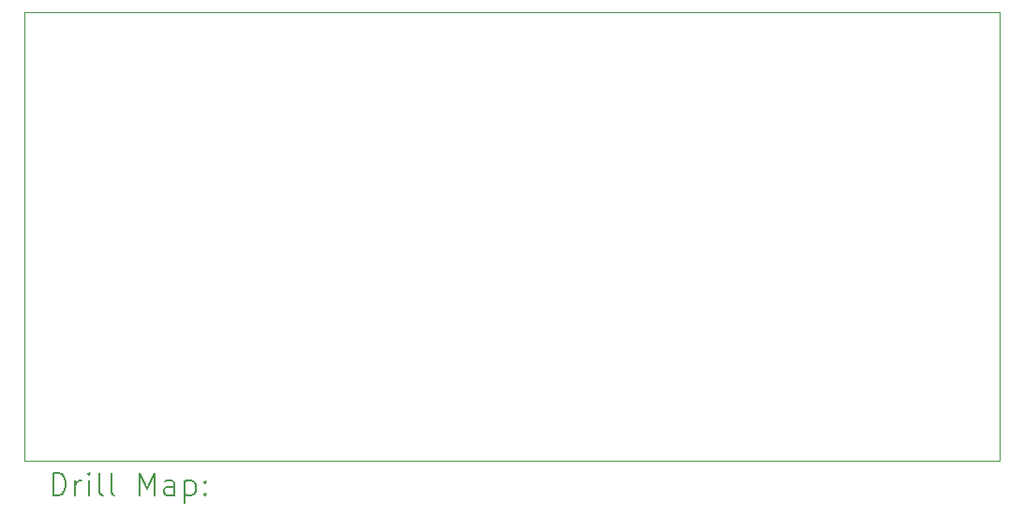
<source format=gbr>
%TF.GenerationSoftware,KiCad,Pcbnew,8.0.2-1*%
%TF.CreationDate,2024-05-11T10:02:11-04:00*%
%TF.ProjectId,Rom 01 IIgs RGBToHDMI,526f6d20-3031-4204-9949-677320524742,rev?*%
%TF.SameCoordinates,Original*%
%TF.FileFunction,Drillmap*%
%TF.FilePolarity,Positive*%
%FSLAX45Y45*%
G04 Gerber Fmt 4.5, Leading zero omitted, Abs format (unit mm)*
G04 Created by KiCad (PCBNEW 8.0.2-1) date 2024-05-11 10:02:11*
%MOMM*%
%LPD*%
G01*
G04 APERTURE LIST*
%ADD10C,0.050000*%
%ADD11C,0.200000*%
G04 APERTURE END LIST*
D10*
X6985000Y-6750000D02*
X15794000Y-6750000D01*
X15794000Y-10800000D01*
X6985000Y-10800000D01*
X6985000Y-6750000D01*
D11*
X7243277Y-11113984D02*
X7243277Y-10913984D01*
X7243277Y-10913984D02*
X7290896Y-10913984D01*
X7290896Y-10913984D02*
X7319467Y-10923508D01*
X7319467Y-10923508D02*
X7338515Y-10942555D01*
X7338515Y-10942555D02*
X7348039Y-10961603D01*
X7348039Y-10961603D02*
X7357562Y-10999698D01*
X7357562Y-10999698D02*
X7357562Y-11028270D01*
X7357562Y-11028270D02*
X7348039Y-11066365D01*
X7348039Y-11066365D02*
X7338515Y-11085412D01*
X7338515Y-11085412D02*
X7319467Y-11104460D01*
X7319467Y-11104460D02*
X7290896Y-11113984D01*
X7290896Y-11113984D02*
X7243277Y-11113984D01*
X7443277Y-11113984D02*
X7443277Y-10980650D01*
X7443277Y-11018746D02*
X7452801Y-10999698D01*
X7452801Y-10999698D02*
X7462324Y-10990174D01*
X7462324Y-10990174D02*
X7481372Y-10980650D01*
X7481372Y-10980650D02*
X7500420Y-10980650D01*
X7567086Y-11113984D02*
X7567086Y-10980650D01*
X7567086Y-10913984D02*
X7557562Y-10923508D01*
X7557562Y-10923508D02*
X7567086Y-10933031D01*
X7567086Y-10933031D02*
X7576610Y-10923508D01*
X7576610Y-10923508D02*
X7567086Y-10913984D01*
X7567086Y-10913984D02*
X7567086Y-10933031D01*
X7690896Y-11113984D02*
X7671848Y-11104460D01*
X7671848Y-11104460D02*
X7662324Y-11085412D01*
X7662324Y-11085412D02*
X7662324Y-10913984D01*
X7795658Y-11113984D02*
X7776610Y-11104460D01*
X7776610Y-11104460D02*
X7767086Y-11085412D01*
X7767086Y-11085412D02*
X7767086Y-10913984D01*
X8024229Y-11113984D02*
X8024229Y-10913984D01*
X8024229Y-10913984D02*
X8090896Y-11056841D01*
X8090896Y-11056841D02*
X8157562Y-10913984D01*
X8157562Y-10913984D02*
X8157562Y-11113984D01*
X8338515Y-11113984D02*
X8338515Y-11009222D01*
X8338515Y-11009222D02*
X8328991Y-10990174D01*
X8328991Y-10990174D02*
X8309943Y-10980650D01*
X8309943Y-10980650D02*
X8271848Y-10980650D01*
X8271848Y-10980650D02*
X8252801Y-10990174D01*
X8338515Y-11104460D02*
X8319467Y-11113984D01*
X8319467Y-11113984D02*
X8271848Y-11113984D01*
X8271848Y-11113984D02*
X8252801Y-11104460D01*
X8252801Y-11104460D02*
X8243277Y-11085412D01*
X8243277Y-11085412D02*
X8243277Y-11066365D01*
X8243277Y-11066365D02*
X8252801Y-11047317D01*
X8252801Y-11047317D02*
X8271848Y-11037793D01*
X8271848Y-11037793D02*
X8319467Y-11037793D01*
X8319467Y-11037793D02*
X8338515Y-11028270D01*
X8433753Y-10980650D02*
X8433753Y-11180650D01*
X8433753Y-10990174D02*
X8452801Y-10980650D01*
X8452801Y-10980650D02*
X8490896Y-10980650D01*
X8490896Y-10980650D02*
X8509944Y-10990174D01*
X8509944Y-10990174D02*
X8519467Y-10999698D01*
X8519467Y-10999698D02*
X8528991Y-11018746D01*
X8528991Y-11018746D02*
X8528991Y-11075889D01*
X8528991Y-11075889D02*
X8519467Y-11094936D01*
X8519467Y-11094936D02*
X8509944Y-11104460D01*
X8509944Y-11104460D02*
X8490896Y-11113984D01*
X8490896Y-11113984D02*
X8452801Y-11113984D01*
X8452801Y-11113984D02*
X8433753Y-11104460D01*
X8614705Y-11094936D02*
X8624229Y-11104460D01*
X8624229Y-11104460D02*
X8614705Y-11113984D01*
X8614705Y-11113984D02*
X8605182Y-11104460D01*
X8605182Y-11104460D02*
X8614705Y-11094936D01*
X8614705Y-11094936D02*
X8614705Y-11113984D01*
X8614705Y-10990174D02*
X8624229Y-10999698D01*
X8624229Y-10999698D02*
X8614705Y-11009222D01*
X8614705Y-11009222D02*
X8605182Y-10999698D01*
X8605182Y-10999698D02*
X8614705Y-10990174D01*
X8614705Y-10990174D02*
X8614705Y-11009222D01*
M02*

</source>
